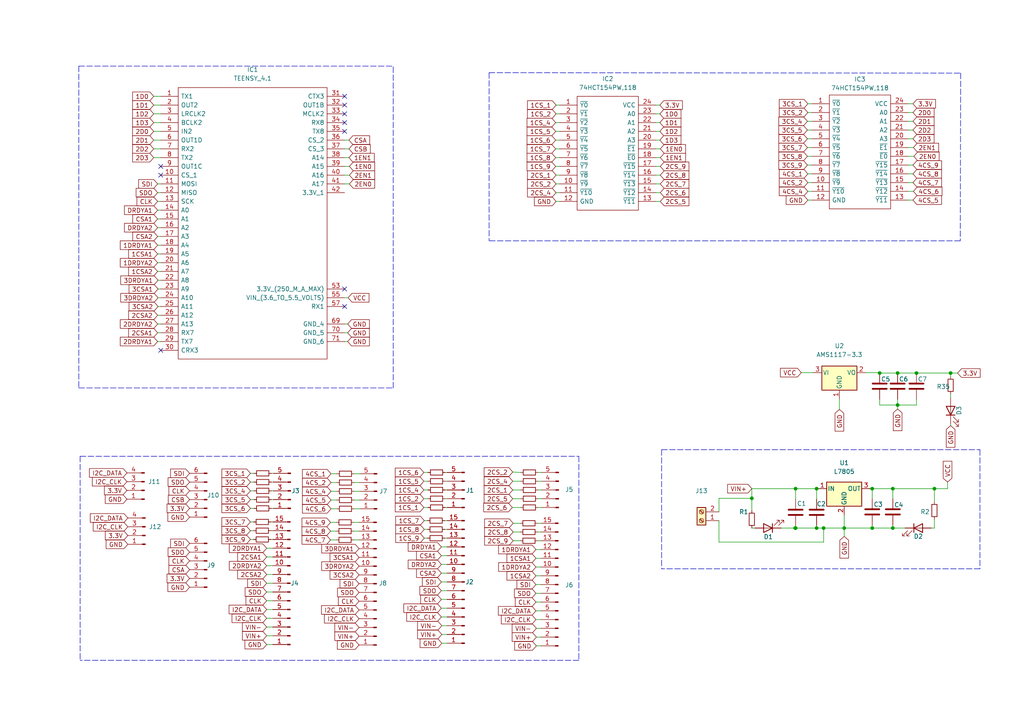
<source format=kicad_sch>
(kicad_sch (version 20211123) (generator eeschema)
  (paper "A4")
  (lib_symbols
    (symbol "Connector:Conn_01x04_Male" (pin_names (offset 1.016) hide)
      (property "Reference" "J" (at 0 5.08 0))
      (property "Value" "Conn_01x04_Male" (at 0 -7.62 0))
      (symbol "Conn_01x04_Male_1_1"
        (pin passive line (at 5.08 2.54 180) (length 3.81) (name "Pin_1") (number "1"))
        (pin passive line (at 5.08 0 180) (length 3.81) (name "Pin_2") (number "2"))
        (pin passive line (at 5.08 -2.54 180) (length 3.81) (name "Pin_3") (number "3"))
        (pin passive line (at 5.08 -5.08 180) (length 3.81) (name "Pin_4") (number "4"))
      )
    )
    (symbol "Connector:Conn_01x05_Male" (pin_names (offset 1.016) hide)
      (property "Reference" "J" (at 0 7.62 0))
      (property "Value" "Conn_01x05_Male" (at 0 -7.62 0))
      (symbol "Conn_01x05_Male_1_1"
        (pin passive line (at 5.08 5.08 180) (length 3.81) (name "Pin_1") (number "1"))
        (pin passive line (at 5.08 2.54 180) (length 3.81) (name "Pin_2") (number "2"))
        (pin passive line (at 5.08 0 180) (length 3.81) (name "Pin_3") (number "3"))
        (pin passive line (at 5.08 -2.54 180) (length 3.81) (name "Pin_4") (number "4"))
        (pin passive line (at 5.08 -5.08 180) (length 3.81) (name "Pin_5") (number "5"))
      )
    )
    (symbol "Connector:Conn_01x06_Male" (pin_names (offset 1.016) hide)
      (property "Reference" "J" (at 0 7.62 0))
      (property "Value" "Conn_01x06_Male" (at 0 -10.16 0))
      (symbol "Conn_01x06_Male_1_1"
        (pin passive line (at 5.08 5.08 180) (length 3.81) (name "Pin_1") (number "1"))
        (pin passive line (at 5.08 2.54 180) (length 3.81) (name "Pin_2") (number "2"))
        (pin passive line (at 5.08 0 180) (length 3.81) (name "Pin_3") (number "3"))
        (pin passive line (at 5.08 -2.54 180) (length 3.81) (name "Pin_4") (number "4"))
        (pin passive line (at 5.08 -5.08 180) (length 3.81) (name "Pin_5") (number "5"))
        (pin passive line (at 5.08 -7.62 180) (length 3.81) (name "Pin_6") (number "6"))
      )
    )
    (symbol "Connector:Conn_01x15_Male" (pin_names (offset 1.016) hide)
      (property "Reference" "J" (at 0 20.32 0))
      (property "Value" "Conn_01x15_Male" (at 0 -20.32 0))
      (symbol "Conn_01x15_Male_1_1"
        (pin passive line (at 5.08 17.78 180) (length 3.81) (name "Pin_1") (number "1"))
        (pin passive line (at 5.08 -5.08 180) (length 3.81) (name "Pin_10") (number "10"))
        (pin passive line (at 5.08 -7.62 180) (length 3.81) (name "Pin_11") (number "11"))
        (pin passive line (at 5.08 -10.16 180) (length 3.81) (name "Pin_12") (number "12"))
        (pin passive line (at 5.08 -12.7 180) (length 3.81) (name "Pin_13") (number "13"))
        (pin passive line (at 5.08 -15.24 180) (length 3.81) (name "Pin_14") (number "14"))
        (pin passive line (at 5.08 -17.78 180) (length 3.81) (name "Pin_15") (number "15"))
        (pin passive line (at 5.08 15.24 180) (length 3.81) (name "Pin_2") (number "2"))
        (pin passive line (at 5.08 12.7 180) (length 3.81) (name "Pin_3") (number "3"))
        (pin passive line (at 5.08 10.16 180) (length 3.81) (name "Pin_4") (number "4"))
        (pin passive line (at 5.08 7.62 180) (length 3.81) (name "Pin_5") (number "5"))
        (pin passive line (at 5.08 5.08 180) (length 3.81) (name "Pin_6") (number "6"))
        (pin passive line (at 5.08 2.54 180) (length 3.81) (name "Pin_7") (number "7"))
        (pin passive line (at 5.08 0 180) (length 3.81) (name "Pin_8") (number "8"))
        (pin passive line (at 5.08 -2.54 180) (length 3.81) (name "Pin_9") (number "9"))
      )
    )
    (symbol "Connector:Screw_Terminal_01x02" (pin_names (offset 1.016) hide)
      (property "Reference" "J" (at 0 2.54 0))
      (property "Value" "Screw_Terminal_01x02" (at 0 -5.08 0))
      (symbol "Screw_Terminal_01x02_1_1"
        (pin passive line (at -5.08 0 0) (length 3.81) (name "Pin_1") (number "1"))
        (pin passive line (at -5.08 -2.54 0) (length 3.81) (name "Pin_2") (number "2"))
      )
    )
    (symbol "Connector:TEENSY_4.1" (pin_names (offset 0.762))
      (property "Reference" "IC7" (at 26.67 8.128 0))
      (property "Value" "TEENSY_4.1" (at 26.67 5.588 0))
      (symbol "TEENSY_4.1_0_0"
        (pin passive line (at 0 0 0) (length 5.08) (name "TX1") (number "1"))
        (pin passive line (at 0 -22.86 0) (length 5.08) (name "CS_1") (number "10"))
        (pin passive line (at 0 -25.4 0) (length 5.08) (name "MOSI") (number "11"))
        (pin passive line (at 0 -27.94 0) (length 5.08) (name "MISO") (number "12"))
        (pin passive line (at 0 -30.48 0) (length 5.08) (name "SCK") (number "13"))
        (pin passive line (at 0 -33.02 0) (length 5.08) (name "A0") (number "14"))
        (pin passive line (at 0 -35.56 0) (length 5.08) (name "A1") (number "15"))
        (pin passive line (at 0 -38.1 0) (length 5.08) (name "A2") (number "16"))
        (pin passive line (at 0 -40.64 0) (length 5.08) (name "A3") (number "17"))
        (pin passive line (at 0 -43.18 0) (length 5.08) (name "A4") (number "18"))
        (pin passive line (at 0 -45.72 0) (length 5.08) (name "A5") (number "19"))
        (pin passive line (at 0 -2.54 0) (length 5.08) (name "OUT2") (number "2"))
        (pin passive line (at 0 -48.26 0) (length 5.08) (name "A6") (number "20"))
        (pin passive line (at 0 -50.8 0) (length 5.08) (name "A7") (number "21"))
        (pin passive line (at 0 -53.34 0) (length 5.08) (name "A8") (number "22"))
        (pin passive line (at 0 -55.88 0) (length 5.08) (name "A9") (number "23"))
        (pin passive line (at 0 -58.42 0) (length 5.08) (name "A10") (number "24"))
        (pin passive line (at 0 -60.96 0) (length 5.08) (name "A11") (number "25"))
        (pin passive line (at 0 -63.5 0) (length 5.08) (name "A12") (number "26"))
        (pin passive line (at 0 -66.04 0) (length 5.08) (name "A13") (number "27"))
        (pin passive line (at 0 -68.58 0) (length 5.08) (name "RX7") (number "28"))
        (pin passive line (at 0 -71.12 0) (length 5.08) (name "TX7") (number "29"))
        (pin passive line (at 0 -5.08 0) (length 5.08) (name "LRCLK2") (number "3"))
        (pin passive line (at 0 -73.66 0) (length 5.08) (name "CRX3") (number "30"))
        (pin passive line (at 53.34 0 180) (length 5.08) (name "CTX3") (number "31"))
        (pin passive line (at 53.34 -2.54 180) (length 5.08) (name "OUT1B") (number "32"))
        (pin passive line (at 53.34 -5.08 180) (length 5.08) (name "MCLK2") (number "33"))
        (pin passive line (at 53.34 -7.62 180) (length 5.08) (name "RX8") (number "34"))
        (pin passive line (at 53.34 -10.16 180) (length 5.08) (name "TX8") (number "35"))
        (pin passive line (at 53.34 -12.7 180) (length 5.08) (name "CS_2") (number "36"))
        (pin passive line (at 53.34 -15.24 180) (length 5.08) (name "CS_3") (number "37"))
        (pin passive line (at 53.34 -17.78 180) (length 5.08) (name "A14") (number "38"))
        (pin passive line (at 53.34 -20.32 180) (length 5.08) (name "A15") (number "39"))
        (pin passive line (at 0 -7.62 0) (length 5.08) (name "BCLK2") (number "4"))
        (pin passive line (at 53.34 -22.86 180) (length 5.08) (name "A16") (number "40"))
        (pin passive line (at 53.34 -25.4 180) (length 5.08) (name "A17") (number "41"))
        (pin passive line (at 53.34 -27.94 180) (length 5.08) (name "3.3V_1") (number "42"))
        (pin passive line (at 0 -10.16 0) (length 5.08) (name "IN2") (number "5"))
        (pin passive line (at 53.34 -55.88 180) (length 5.08) (name "3.3V_(250_M_A_MAX)") (number "53"))
        (pin passive line (at 53.34 -58.42 180) (length 5.08) (name "VIN_(3.6_TO_5.5_VOLTS)") (number "55"))
        (pin passive line (at 53.34 -60.96 180) (length 5.08) (name "RX1") (number "57"))
        (pin passive line (at 0 -12.7 0) (length 5.08) (name "OUT1D") (number "6"))
        (pin passive line (at 53.34 -66.04 180) (length 5.08) (name "GND_4") (number "69"))
        (pin passive line (at 0 -15.24 0) (length 5.08) (name "RX2") (number "7"))
        (pin passive line (at 53.34 -68.58 180) (length 5.08) (name "GND_5") (number "70"))
        (pin passive line (at 53.34 -71.12 180) (length 5.08) (name "GND_6") (number "71"))
        (pin passive line (at 0 -17.78 0) (length 5.08) (name "TX2") (number "8"))
        (pin passive line (at 0 -20.32 0) (length 5.08) (name "OUT1C") (number "9"))
      )
    )
    (symbol "Demux:74HCT154PW,118" (pin_names (offset 0.762))
      (property "Reference" "IC" (at 24.13 7.62 0))
      (property "Value" "74HCT154PW,118" (at 24.13 5.08 0))
      (symbol "74HCT154PW,118_0_0"
        (pin passive line (at 0 0 0) (length 5.08) (name "~{Y0}") (number "1"))
        (pin passive line (at 0 -22.86 0) (length 5.08) (name "~{Y9}") (number "10"))
        (pin passive line (at 0 -25.4 0) (length 5.08) (name "~{Y10}") (number "11"))
        (pin passive line (at 0 -27.94 0) (length 5.08) (name "GND") (number "12"))
        (pin passive line (at 27.94 -27.94 180) (length 5.08) (name "~{Y11}") (number "13"))
        (pin passive line (at 27.94 -25.4 180) (length 5.08) (name "~{Y12}") (number "14"))
        (pin passive line (at 27.94 -22.86 180) (length 5.08) (name "~{Y13}") (number "15"))
        (pin passive line (at 27.94 -20.32 180) (length 5.08) (name "~{Y14}") (number "16"))
        (pin passive line (at 27.94 -17.78 180) (length 5.08) (name "~{Y15}") (number "17"))
        (pin passive line (at 27.94 -15.24 180) (length 5.08) (name "~{E0}") (number "18"))
        (pin passive line (at 27.94 -12.7 180) (length 5.08) (name "~{E1}") (number "19"))
        (pin passive line (at 0 -2.54 0) (length 5.08) (name "~{Y1}") (number "2"))
        (pin passive line (at 27.94 -10.16 180) (length 5.08) (name "A3") (number "20"))
        (pin passive line (at 27.94 -7.62 180) (length 5.08) (name "A2") (number "21"))
        (pin passive line (at 27.94 -5.08 180) (length 5.08) (name "A1") (number "22"))
        (pin passive line (at 27.94 -2.54 180) (length 5.08) (name "A0") (number "23"))
        (pin passive line (at 27.94 0 180) (length 5.08) (name "VCC") (number "24"))
        (pin passive line (at 0 -5.08 0) (length 5.08) (name "~{Y2}") (number "3"))
        (pin passive line (at 0 -7.62 0) (length 5.08) (name "~{Y3}") (number "4"))
        (pin passive line (at 0 -10.16 0) (length 5.08) (name "~{Y4}") (number "5"))
        (pin passive line (at 0 -12.7 0) (length 5.08) (name "~{Y5}") (number "6"))
        (pin passive line (at 0 -15.24 0) (length 5.08) (name "~{Y6}") (number "7"))
        (pin passive line (at 0 -17.78 0) (length 5.08) (name "~{Y7}") (number "8"))
        (pin passive line (at 0 -20.32 0) (length 5.08) (name "~{Y8}") (number "9"))
      )
    )
    (symbol "Device:C" (pin_numbers hide) (pin_names (offset 0.254))
      (property "Reference" "C" (at 0.635 2.54 0))
      (property "Value" "C" (at 0.635 -2.54 0))
      (symbol "C_1_1"
        (pin passive line (at 0 3.81 270) (length 2.794) (name "~") (number "1"))
        (pin passive line (at 0 -3.81 90) (length 2.794) (name "~") (number "2"))
      )
    )
    (symbol "Device:LED" (pin_numbers hide) (pin_names (offset 1.016) hide)
      (property "Reference" "D" (at 0 2.54 0))
      (property "Value" "LED" (at 0 -2.54 0))
      (symbol "LED_1_1"
        (pin passive line (at -3.81 0 0) (length 2.54) (name "K") (number "1"))
        (pin passive line (at 3.81 0 180) (length 2.54) (name "A") (number "2"))
      )
    )
    (symbol "Device:R_Small" (pin_numbers hide) (pin_names (offset 0.254) hide)
      (property "Reference" "R" (at 0.762 0.508 0))
      (property "Value" "R_Small" (at 0.762 -1.016 0))
      (symbol "R_Small_1_1"
        (pin passive line (at 0 2.54 270) (length 0.762) (name "~") (number "1"))
        (pin passive line (at 0 -2.54 90) (length 0.762) (name "~") (number "2"))
      )
    )
    (symbol "Regulator_Linear:AMS1117-3.3" (pin_names (offset 0.254))
      (property "Reference" "U" (at -3.81 3.175 0))
      (property "Value" "AMS1117-3.3" (at 0 3.175 0))
      (symbol "AMS1117-3.3_1_1"
        (pin power_in line (at 0 -7.62 90) (length 2.54) (name "GND") (number "1"))
        (pin power_out line (at 7.62 0 180) (length 2.54) (name "VO") (number "2"))
        (pin power_in line (at -7.62 0 0) (length 2.54) (name "VI") (number "3"))
      )
    )
    (symbol "Regulator_Linear:L7805" (pin_names (offset 0.254))
      (property "Reference" "U" (at -3.81 3.175 0))
      (property "Value" "L7805" (at 0 3.175 0))
      (symbol "L7805_1_1"
        (pin power_in line (at -7.62 0 0) (length 2.54) (name "IN") (number "1"))
        (pin power_in line (at 0 -7.62 90) (length 2.54) (name "GND") (number "2"))
        (pin power_out line (at 7.62 0 180) (length 2.54) (name "OUT") (number "3"))
      )
    )
  )
  (junction (at 271.018 141.732))
  (junction (at 218.059 144.526))
  (junction (at 236.855 153.162))
  (junction (at 275.717 108.204))
  (junction (at 255.143 108.204))
  (junction (at 258.953 141.732))
  (junction (at 258.953 153.162))
  (junction (at 230.759 141.732))
  (junction (at 238.887 153.162))
  (junction (at 230.632 153.162))
  (junction (at 252.984 153.162))
  (junction (at 252.984 141.732))
  (junction (at 230.759 153.162))
  (junction (at 265.811 108.204))
  (junction (at 260.35 117.475))
  (junction (at 236.855 141.732))
  (junction (at 260.35 108.204))
  (junction (at 244.856 153.162))
  (no_connect (at 46.609 48.26))
  (no_connect (at 46.609 50.8))
  (no_connect (at 46.609 101.6))
  (no_connect (at 99.949 88.9))
  (no_connect (at 99.949 83.82))
  (no_connect (at 99.949 27.94))
  (no_connect (at 99.949 30.48))
  (no_connect (at 99.949 33.02))
  (no_connect (at 99.949 35.56))
  (no_connect (at 99.949 38.1))
  (wire (pts (xy 77.343 176.784) (xy 79.121 176.784)))
  (wire (pts (xy 128.143 184.023) (xy 129.667 184.023)))
  (wire (pts (xy 252.984 144.653) (xy 252.984 141.732)))
  (wire (pts (xy 129.159 144.653) (xy 129.667 144.653)))
  (wire (pts (xy 234.188 47.879) (xy 235.458 47.879)))
  (wire (pts (xy 155.448 161.925) (xy 156.845 161.925)))
  (wire (pts (xy 72.644 153.924) (xy 73.533 153.924)))
  (wire (pts (xy 230.759 141.732) (xy 230.759 144.78)))
  (wire (pts (xy 218.059 153.162) (xy 218.948 153.162)))
  (wire (pts (xy 148.59 147.193) (xy 151.003 147.193)))
  (wire (pts (xy 155.575 184.785) (xy 156.845 184.785)))
  (wire (pts (xy 77.343 159.004) (xy 79.121 159.004)))
  (wire (pts (xy 155.575 182.245) (xy 156.845 182.245)))
  (polyline (pts (xy 22.86 112.522) (xy 114.046 112.522)))
  (wire (pts (xy 252.984 152.273) (xy 252.984 153.162)))
  (wire (pts (xy 128.016 173.863) (xy 129.667 173.863)))
  (wire (pts (xy 161.29 30.48) (xy 162.306 30.48)))
  (wire (pts (xy 161.29 50.8) (xy 162.306 50.8)))
  (wire (pts (xy 161.163 40.64) (xy 162.306 40.64)))
  (wire (pts (xy 128.016 158.623) (xy 129.667 158.623)))
  (wire (pts (xy 128.016 163.703) (xy 129.667 163.703)))
  (wire (pts (xy 265.811 117.475) (xy 260.35 117.475)))
  (wire (pts (xy 251.079 108.077) (xy 255.143 108.077)))
  (wire (pts (xy 190.246 50.8) (xy 191.516 50.8)))
  (wire (pts (xy 265.811 108.204) (xy 275.717 108.204)))
  (wire (pts (xy 45.72 78.74) (xy 46.609 78.74)))
  (wire (pts (xy 102.616 154.051) (xy 104.14 154.051)))
  (wire (pts (xy 161.163 45.72) (xy 162.306 45.72)))
  (wire (pts (xy 129.159 147.193) (xy 129.667 147.193)))
  (wire (pts (xy 77.343 181.864) (xy 79.121 181.864)))
  (wire (pts (xy 96.012 137.414) (xy 97.663 137.414)))
  (wire (pts (xy 161.29 33.02) (xy 162.306 33.02)))
  (wire (pts (xy 122.936 139.573) (xy 124.079 139.573)))
  (wire (pts (xy 234.188 40.259) (xy 235.458 40.259)))
  (wire (pts (xy 218.059 144.526) (xy 218.059 148.082)))
  (wire (pts (xy 44.577 35.56) (xy 46.609 35.56)))
  (wire (pts (xy 208.534 157.226) (xy 238.887 157.226)))
  (wire (pts (xy 45.72 73.66) (xy 46.609 73.66)))
  (wire (pts (xy 234.315 52.959) (xy 235.458 52.959)))
  (wire (pts (xy 45.72 99.06) (xy 46.609 99.06)))
  (wire (pts (xy 156.083 137.033) (xy 156.972 137.033)))
  (wire (pts (xy 275.717 108.204) (xy 275.717 109.22)))
  (wire (pts (xy 263.398 47.879) (xy 264.795 47.879)))
  (wire (pts (xy 161.29 53.34) (xy 162.306 53.34)))
  (wire (pts (xy 275.717 122.936) (xy 275.717 123.444)))
  (polyline (pts (xy 278.511 69.85) (xy 141.859 69.85)))
  (wire (pts (xy 45.72 71.12) (xy 46.609 71.12)))
  (wire (pts (xy 155.448 169.545) (xy 156.845 169.545)))
  (wire (pts (xy 44.577 30.48) (xy 46.609 30.48)))
  (wire (pts (xy 128.016 178.943) (xy 129.667 178.943)))
  (wire (pts (xy 45.72 66.04) (xy 46.609 66.04)))
  (wire (pts (xy 102.743 145.034) (xy 104.267 145.034)))
  (wire (pts (xy 271.018 153.162) (xy 270.129 153.162)))
  (wire (pts (xy 102.616 156.591) (xy 104.14 156.591)))
  (wire (pts (xy 263.398 30.099) (xy 264.795 30.099)))
  (wire (pts (xy 263.398 45.339) (xy 265.049 45.339)))
  (wire (pts (xy 78.74 137.287) (xy 79.248 137.287)))
  (wire (pts (xy 72.644 137.287) (xy 73.66 137.287)))
  (wire (pts (xy 96.012 142.494) (xy 97.663 142.494)))
  (wire (pts (xy 44.577 45.72) (xy 46.609 45.72)))
  (polyline (pts (xy 23.241 132.334) (xy 23.241 191.516)))
  (wire (pts (xy 155.956 154.305) (xy 156.845 154.305)))
  (wire (pts (xy 238.887 157.226) (xy 238.887 153.162)))
  (wire (pts (xy 190.246 35.56) (xy 191.389 35.56)))
  (wire (pts (xy 190.246 55.88) (xy 191.516 55.88)))
  (wire (pts (xy 275.717 108.204) (xy 277.749 108.204)))
  (wire (pts (xy 260.35 117.475) (xy 260.35 118.618)))
  (wire (pts (xy 161.163 38.1) (xy 162.306 38.1)))
  (wire (pts (xy 128.016 161.163) (xy 129.667 161.163)))
  (wire (pts (xy 102.743 147.574) (xy 104.267 147.574)))
  (wire (pts (xy 45.72 96.52) (xy 46.609 96.52)))
  (wire (pts (xy 77.343 164.084) (xy 79.121 164.084)))
  (wire (pts (xy 258.953 153.162) (xy 262.509 153.162)))
  (polyline (pts (xy 114.046 112.522) (xy 114.046 19.177)))
  (wire (pts (xy 128.016 176.403) (xy 129.667 176.403)))
  (wire (pts (xy 155.448 164.465) (xy 156.845 164.465)))
  (wire (pts (xy 275.717 114.3) (xy 275.717 115.316)))
  (wire (pts (xy 45.847 88.9) (xy 46.609 88.9)))
  (wire (pts (xy 129.032 153.543) (xy 129.667 153.543)))
  (polyline (pts (xy 167.894 191.516) (xy 23.241 191.516)))
  (wire (pts (xy 99.949 48.26) (xy 101.346 48.26)))
  (wire (pts (xy 252.984 153.162) (xy 258.953 153.162)))
  (wire (pts (xy 123.063 156.083) (xy 123.952 156.083)))
  (wire (pts (xy 72.644 156.464) (xy 73.533 156.464)))
  (wire (pts (xy 72.644 144.907) (xy 73.66 144.907)))
  (wire (pts (xy 129.159 142.113) (xy 129.667 142.113)))
  (wire (pts (xy 148.844 151.765) (xy 150.876 151.765)))
  (wire (pts (xy 236.855 152.4) (xy 236.855 153.162)))
  (wire (pts (xy 77.343 171.704) (xy 79.121 171.704)))
  (wire (pts (xy 230.759 141.732) (xy 236.855 141.732)))
  (wire (pts (xy 155.448 179.705) (xy 156.845 179.705)))
  (wire (pts (xy 252.984 141.732) (xy 258.953 141.732)))
  (wire (pts (xy 161.163 43.18) (xy 162.306 43.18)))
  (wire (pts (xy 45.72 68.58) (xy 46.609 68.58)))
  (wire (pts (xy 78.74 139.827) (xy 79.248 139.827)))
  (wire (pts (xy 44.577 27.94) (xy 46.609 27.94)))
  (wire (pts (xy 243.459 115.697) (xy 243.459 118.745)))
  (wire (pts (xy 102.743 139.954) (xy 104.267 139.954)))
  (wire (pts (xy 263.398 55.499) (xy 264.922 55.499)))
  (wire (pts (xy 122.936 147.193) (xy 124.079 147.193)))
  (wire (pts (xy 265.811 115.824) (xy 265.811 117.475)))
  (wire (pts (xy 208.534 144.526) (xy 218.059 144.526)))
  (wire (pts (xy 72.644 151.384) (xy 73.533 151.384)))
  (polyline (pts (xy 191.897 130.429) (xy 191.897 164.973)))
  (wire (pts (xy 148.717 144.653) (xy 151.003 144.653)))
  (wire (pts (xy 148.844 156.845) (xy 150.876 156.845)))
  (wire (pts (xy 258.953 141.732) (xy 258.953 144.653)))
  (wire (pts (xy 99.949 45.72) (xy 101.219 45.72)))
  (wire (pts (xy 128.143 186.563) (xy 129.667 186.563)))
  (wire (pts (xy 45.72 60.96) (xy 46.609 60.96)))
  (wire (pts (xy 255.143 115.824) (xy 255.143 117.475)))
  (wire (pts (xy 99.949 50.8) (xy 101.346 50.8)))
  (wire (pts (xy 129.159 139.573) (xy 129.667 139.573)))
  (wire (pts (xy 255.143 108.077) (xy 255.143 108.204)))
  (wire (pts (xy 161.163 35.56) (xy 162.306 35.56)))
  (wire (pts (xy 122.936 142.113) (xy 124.079 142.113)))
  (wire (pts (xy 95.885 156.591) (xy 97.536 156.591)))
  (wire (pts (xy 99.949 86.36) (xy 100.965 86.36)))
  (wire (pts (xy 161.29 55.88) (xy 162.306 55.88)))
  (polyline (pts (xy 22.86 19.177) (xy 114.046 19.177)))
  (wire (pts (xy 99.949 53.34) (xy 101.346 53.34)))
  (wire (pts (xy 274.828 141.732) (xy 274.828 139.827)))
  (wire (pts (xy 148.717 142.113) (xy 151.003 142.113)))
  (wire (pts (xy 255.143 117.475) (xy 260.35 117.475)))
  (wire (pts (xy 155.448 177.165) (xy 156.845 177.165)))
  (wire (pts (xy 190.246 40.64) (xy 191.389 40.64)))
  (wire (pts (xy 161.163 48.26) (xy 162.306 48.26)))
  (wire (pts (xy 77.343 161.544) (xy 79.121 161.544)))
  (wire (pts (xy 271.018 150.622) (xy 271.018 153.162)))
  (polyline (pts (xy 284.226 130.429) (xy 284.226 164.973)))
  (wire (pts (xy 244.856 153.162) (xy 244.856 155.575)))
  (wire (pts (xy 252.476 141.732) (xy 252.984 141.732)))
  (wire (pts (xy 96.012 145.034) (xy 97.663 145.034)))
  (wire (pts (xy 234.315 50.419) (xy 235.458 50.419)))
  (wire (pts (xy 44.577 33.02) (xy 46.609 33.02)))
  (wire (pts (xy 148.717 136.906) (xy 151.003 137.033)))
  (wire (pts (xy 155.448 172.085) (xy 156.845 172.085)))
  (wire (pts (xy 190.246 30.48) (xy 191.389 30.48)))
  (wire (pts (xy 45.847 83.82) (xy 46.609 83.82)))
  (wire (pts (xy 148.717 139.573) (xy 151.003 139.573)))
  (wire (pts (xy 263.398 37.719) (xy 264.795 37.719)))
  (wire (pts (xy 190.246 45.72) (xy 191.516 45.72)))
  (wire (pts (xy 234.188 37.719) (xy 235.458 37.719)))
  (wire (pts (xy 102.743 137.414) (xy 104.267 137.414)))
  (wire (pts (xy 45.72 91.44) (xy 46.609 91.44)))
  (wire (pts (xy 263.398 35.179) (xy 264.795 35.179)))
  (wire (pts (xy 226.568 153.162) (xy 230.632 153.162)))
  (wire (pts (xy 77.343 179.324) (xy 79.121 179.324)))
  (wire (pts (xy 77.343 166.624) (xy 79.121 166.624)))
  (wire (pts (xy 99.949 40.64) (xy 101.219 40.64)))
  (wire (pts (xy 44.577 40.64) (xy 46.609 40.64)))
  (wire (pts (xy 45.847 86.36) (xy 46.609 86.36)))
  (wire (pts (xy 128.016 171.323) (xy 129.667 171.323)))
  (wire (pts (xy 45.72 53.34) (xy 46.609 53.34)))
  (wire (pts (xy 156.083 139.573) (xy 156.972 139.573)))
  (wire (pts (xy 156.083 144.653) (xy 156.972 144.653)))
  (wire (pts (xy 72.644 147.447) (xy 73.66 147.447)))
  (wire (pts (xy 218.059 141.732) (xy 218.059 144.526)))
  (polyline (pts (xy 167.894 132.334) (xy 167.894 191.516)))
  (wire (pts (xy 99.949 93.98) (xy 100.838 93.98)))
  (wire (pts (xy 258.953 152.273) (xy 258.953 153.162)))
  (wire (pts (xy 155.956 151.765) (xy 156.845 151.765)))
  (wire (pts (xy 244.856 153.162) (xy 252.984 153.162)))
  (polyline (pts (xy 191.897 130.429) (xy 284.226 130.429)))
  (wire (pts (xy 161.29 58.42) (xy 162.306 58.42)))
  (wire (pts (xy 208.534 148.463) (xy 208.534 144.526)))
  (wire (pts (xy 232.41 108.077) (xy 235.839 108.077)))
  (wire (pts (xy 230.759 153.162) (xy 236.855 153.162)))
  (wire (pts (xy 263.398 58.039) (xy 264.795 58.039)))
  (wire (pts (xy 271.018 141.732) (xy 271.018 145.542)))
  (wire (pts (xy 156.083 142.113) (xy 156.972 142.113)))
  (wire (pts (xy 234.315 32.639) (xy 235.458 32.639)))
  (wire (pts (xy 129.032 151.003) (xy 129.667 151.003)))
  (wire (pts (xy 263.398 40.259) (xy 264.795 40.259)))
  (wire (pts (xy 122.936 137.033) (xy 124.079 137.033)))
  (wire (pts (xy 234.188 42.799) (xy 235.458 42.799)))
  (wire (pts (xy 44.577 38.1) (xy 46.609 38.1)))
  (wire (pts (xy 190.246 48.26) (xy 191.516 48.26)))
  (wire (pts (xy 99.949 99.06) (xy 100.838 99.06)))
  (wire (pts (xy 123.063 153.543) (xy 123.952 153.543)))
  (wire (pts (xy 122.936 144.653) (xy 124.079 144.653)))
  (polyline (pts (xy 22.86 19.177) (xy 22.86 112.522)))
  (wire (pts (xy 218.059 141.732) (xy 230.759 141.732)))
  (wire (pts (xy 208.534 151.003) (xy 208.534 157.226)))
  (wire (pts (xy 155.448 159.385) (xy 156.845 159.385)))
  (wire (pts (xy 263.398 32.639) (xy 264.795 32.639)))
  (wire (pts (xy 45.72 76.2) (xy 46.609 76.2)))
  (wire (pts (xy 99.949 43.18) (xy 101.219 43.18)))
  (wire (pts (xy 72.644 142.367) (xy 73.66 142.367)))
  (wire (pts (xy 238.887 153.162) (xy 244.856 153.162)))
  (wire (pts (xy 234.315 55.499) (xy 235.458 55.499)))
  (wire (pts (xy 155.448 174.625) (xy 156.845 174.625)))
  (wire (pts (xy 234.315 58.039) (xy 235.458 58.039)))
  (wire (pts (xy 255.143 108.204) (xy 260.35 108.204)))
  (polyline (pts (xy 141.859 21.082) (xy 141.859 69.85)))
  (wire (pts (xy 72.644 139.827) (xy 73.66 139.827)))
  (wire (pts (xy 78.74 144.907) (xy 79.248 144.907)))
  (wire (pts (xy 271.018 141.732) (xy 274.828 141.732)))
  (wire (pts (xy 123.063 151.003) (xy 123.952 151.003)))
  (wire (pts (xy 95.885 154.051) (xy 97.536 154.051)))
  (wire (pts (xy 156.083 147.193) (xy 156.972 147.193)))
  (polyline (pts (xy 284.226 164.973) (xy 191.897 164.973)))
  (wire (pts (xy 45.72 58.42) (xy 46.609 58.42)))
  (wire (pts (xy 102.616 151.511) (xy 104.14 151.511)))
  (wire (pts (xy 190.246 58.42) (xy 191.516 58.42)))
  (wire (pts (xy 155.448 167.005) (xy 156.845 167.005)))
  (wire (pts (xy 190.246 38.1) (xy 191.389 38.1)))
  (wire (pts (xy 95.885 151.511) (xy 97.536 151.511)))
  (wire (pts (xy 78.613 153.924) (xy 79.121 153.924)))
  (polyline (pts (xy 278.638 21.209) (xy 278.511 69.85)))
  (wire (pts (xy 190.246 53.34) (xy 191.516 53.34)))
  (wire (pts (xy 236.855 153.162) (xy 238.887 153.162)))
  (wire (pts (xy 263.398 52.959) (xy 264.795 52.959)))
  (wire (pts (xy 128.143 181.483) (xy 129.667 181.483)))
  (polyline (pts (xy 141.859 21.082) (xy 278.638 21.209)))
  (wire (pts (xy 260.35 115.824) (xy 260.35 117.475)))
  (wire (pts (xy 244.856 149.352) (xy 244.856 153.162)))
  (wire (pts (xy 45.72 93.98) (xy 46.609 93.98)))
  (wire (pts (xy 234.188 45.339) (xy 235.458 45.339)))
  (wire (pts (xy 260.35 108.204) (xy 265.811 108.204)))
  (wire (pts (xy 78.613 156.464) (xy 79.121 156.464)))
  (wire (pts (xy 234.188 35.179) (xy 235.458 35.179)))
  (wire (pts (xy 258.953 141.732) (xy 271.018 141.732)))
  (wire (pts (xy 234.315 30.099) (xy 235.458 30.099)))
  (wire (pts (xy 230.632 153.162) (xy 230.759 153.162)))
  (wire (pts (xy 77.343 174.244) (xy 79.121 174.244)))
  (wire (pts (xy 190.246 33.02) (xy 191.389 33.02)))
  (wire (pts (xy 77.343 169.164) (xy 79.121 169.164)))
  (wire (pts (xy 45.847 81.28) (xy 46.609 81.28)))
  (wire (pts (xy 45.72 55.88) (xy 46.609 55.88)))
  (wire (pts (xy 236.855 141.732) (xy 237.236 141.732)))
  (wire (pts (xy 102.743 142.494) (xy 104.267 142.494)))
  (wire (pts (xy 128.016 166.243) (xy 129.667 166.243)))
  (wire (pts (xy 99.949 96.52) (xy 100.838 96.52)))
  (wire (pts (xy 44.577 43.18) (xy 46.609 43.18)))
  (wire (pts (xy 230.759 152.4) (xy 230.759 153.162)))
  (wire (pts (xy 263.398 42.799) (xy 264.922 42.799)))
  (wire (pts (xy 129.159 137.033) (xy 129.667 137.033)))
  (wire (pts (xy 77.343 184.404) (xy 79.121 184.404)))
  (wire (pts (xy 190.246 43.18) (xy 191.516 43.18)))
  (wire (pts (xy 155.956 156.845) (xy 156.845 156.845)))
  (wire (pts (xy 45.72 63.5) (xy 46.609 63.5)))
  (wire (pts (xy 129.032 156.083) (xy 129.667 156.083)))
  (polyline (pts (xy 23.241 132.334) (xy 167.894 132.334)))
  (wire (pts (xy 236.855 141.732) (xy 236.855 144.78)))
  (wire (pts (xy 78.613 151.384) (xy 79.121 151.384)))
  (wire (pts (xy 96.012 147.574) (xy 97.663 147.574)))
  (wire (pts (xy 155.575 187.325) (xy 156.845 187.325)))
  (wire (pts (xy 77.343 186.944) (xy 79.121 186.944)))
  (wire (pts (xy 148.844 154.305) (xy 150.876 154.305)))
  (wire (pts (xy 78.74 147.447) (xy 79.248 147.447)))
  (wire (pts (xy 78.74 142.367) (xy 79.248 142.367)))
  (wire (pts (xy 128.016 168.783) (xy 129.667 168.783)))
  (wire (pts (xy 96.012 139.954) (xy 97.663 139.954)))
  (wire (pts (xy 263.398 50.419) (xy 264.795 50.419)))
  (global_label "1CSA2" (shape input) (at 45.72 78.74 180) (property "Intersheet References" "${INTERSHEET_REFS}" (effects hide)))
  (global_label "2D2" (shape input) (at 44.577 43.18 180) (property "Intersheet References" "${INTERSHEET_REFS}" (effects hide)))
  (global_label "2CSA2" (shape input) (at 77.343 166.624 180) (property "Intersheet References" "${INTERSHEET_REFS}" (effects hide)))
  (global_label "CLK" (shape input) (at 54.991 142.367 180) (property "Intersheet References" "${INTERSHEET_REFS}" (effects hide)))
  (global_label "GND" (shape input) (at 100.838 99.06 0) (property "Intersheet References" "${INTERSHEET_REFS}" (effects hide)))
  (global_label "I2C_CLK" (shape input) (at 104.14 179.451 180) (property "Intersheet References" "${INTERSHEET_REFS}" (effects hide)))
  (global_label "SDO" (shape input) (at 128.016 171.323 180) (property "Intersheet References" "${INTERSHEET_REFS}" (effects hide)))
  (global_label "1D3" (shape input) (at 191.389 40.64 0) (property "Intersheet References" "${INTERSHEET_REFS}" (effects hide)))
  (global_label "4CS_5" (shape input) (at 96.012 145.034 180) (property "Intersheet References" "${INTERSHEET_REFS}" (effects hide)))
  (global_label "VIN+" (shape input) (at 218.059 141.732 180) (property "Intersheet References" "${INTERSHEET_REFS}" (effects hide)))
  (global_label "CSA1" (shape input) (at 128.016 161.163 180) (property "Intersheet References" "${INTERSHEET_REFS}" (effects hide)))
  (global_label "3.3V" (shape input) (at 264.795 30.099 0) (property "Intersheet References" "${INTERSHEET_REFS}" (effects hide)))
  (global_label "2CS_5" (shape input) (at 148.717 144.653 180) (property "Intersheet References" "${INTERSHEET_REFS}" (effects hide)))
  (global_label "2CS_5" (shape input) (at 191.516 58.42 0) (property "Intersheet References" "${INTERSHEET_REFS}" (effects hide)))
  (global_label "2CS_8" (shape input) (at 148.844 154.305 180) (property "Intersheet References" "${INTERSHEET_REFS}" (effects hide)))
  (global_label "1D0" (shape input) (at 191.389 33.02 0) (property "Intersheet References" "${INTERSHEET_REFS}" (effects hide)))
  (global_label "2D0" (shape input) (at 44.577 38.1 180) (property "Intersheet References" "${INTERSHEET_REFS}" (effects hide)))
  (global_label "GND" (shape input) (at 37.084 157.861 180) (property "Intersheet References" "${INTERSHEET_REFS}" (effects hide)))
  (global_label "2EN1" (shape input) (at 264.922 42.799 0) (property "Intersheet References" "${INTERSHEET_REFS}" (effects hide)))
  (global_label "CLK" (shape input) (at 45.72 58.42 180) (property "Intersheet References" "${INTERSHEET_REFS}" (effects hide)))
  (global_label "I2C_CLK" (shape input) (at 128.016 178.943 180) (property "Intersheet References" "${INTERSHEET_REFS}" (effects hide)))
  (global_label "3CS_9" (shape input) (at 72.644 156.464 180) (property "Intersheet References" "${INTERSHEET_REFS}" (effects hide)))
  (global_label "1CS_7" (shape input) (at 161.163 43.18 180) (property "Intersheet References" "${INTERSHEET_REFS}" (effects hide)))
  (global_label "4CS_8" (shape input) (at 264.795 50.419 0) (property "Intersheet References" "${INTERSHEET_REFS}" (effects hide)))
  (global_label "I2C_CLK" (shape input) (at 155.448 179.705 180) (property "Intersheet References" "${INTERSHEET_REFS}" (effects hide)))
  (global_label "GND" (shape input) (at 128.143 186.563 180) (property "Intersheet References" "${INTERSHEET_REFS}" (effects hide)))
  (global_label "2CS_6" (shape input) (at 148.59 147.193 180) (property "Intersheet References" "${INTERSHEET_REFS}" (effects hide)))
  (global_label "2D1" (shape input) (at 264.795 35.179 0) (property "Intersheet References" "${INTERSHEET_REFS}" (effects hide)))
  (global_label "CLK" (shape input) (at 128.016 173.863 180) (property "Intersheet References" "${INTERSHEET_REFS}" (effects hide)))
  (global_label "GND" (shape input) (at 54.991 170.307 180) (property "Intersheet References" "${INTERSHEET_REFS}" (effects hide)))
  (global_label "3DRDYA2" (shape input) (at 45.847 86.36 180) (property "Intersheet References" "${INTERSHEET_REFS}" (effects hide)))
  (global_label "4CS_7" (shape input) (at 264.795 52.959 0) (property "Intersheet References" "${INTERSHEET_REFS}" (effects hide)))
  (global_label "DRDYA2" (shape input) (at 45.72 66.04 180) (property "Intersheet References" "${INTERSHEET_REFS}" (effects hide)))
  (global_label "2CS_2" (shape input) (at 148.717 136.906 180) (property "Intersheet References" "${INTERSHEET_REFS}" (effects hide)))
  (global_label "1CSA2" (shape input) (at 155.448 167.005 180) (property "Intersheet References" "${INTERSHEET_REFS}" (effects hide)))
  (global_label "SDI" (shape input) (at 155.448 169.545 180) (property "Intersheet References" "${INTERSHEET_REFS}" (effects hide)))
  (global_label "SDI" (shape input) (at 54.991 157.607 180) (property "Intersheet References" "${INTERSHEET_REFS}" (effects hide)))
  (global_label "1CS_8" (shape input) (at 161.163 45.72 180) (property "Intersheet References" "${INTERSHEET_REFS}" (effects hide)))
  (global_label "VIN+" (shape input) (at 77.343 184.404 180) (property "Intersheet References" "${INTERSHEET_REFS}" (effects hide)))
  (global_label "VIN-" (shape input) (at 77.343 181.864 180) (property "Intersheet References" "${INTERSHEET_REFS}" (effects hide)))
  (global_label "4CS_1" (shape input) (at 234.315 50.419 180) (property "Intersheet References" "${INTERSHEET_REFS}" (effects hide)))
  (global_label "2CSA1" (shape input) (at 77.343 161.544 180) (property "Intersheet References" "${INTERSHEET_REFS}" (effects hide)))
  (global_label "4CS_4" (shape input) (at 96.012 142.494 180) (property "Intersheet References" "${INTERSHEET_REFS}" (effects hide)))
  (global_label "SDI" (shape input) (at 128.016 168.783 180) (property "Intersheet References" "${INTERSHEET_REFS}" (effects hide)))
  (global_label "CLK" (shape input) (at 155.448 174.625 180) (property "Intersheet References" "${INTERSHEET_REFS}" (effects hide)))
  (global_label "3CS_6" (shape input) (at 72.644 147.447 180) (property "Intersheet References" "${INTERSHEET_REFS}" (effects hide)))
  (global_label "SDI" (shape input) (at 45.72 53.34 180) (property "Intersheet References" "${INTERSHEET_REFS}" (effects hide)))
  (global_label "3CS_4" (shape input) (at 234.188 35.179 180) (property "Intersheet References" "${INTERSHEET_REFS}" (effects hide)))
  (global_label "CSA1" (shape input) (at 45.72 63.5 180) (property "Intersheet References" "${INTERSHEET_REFS}" (effects hide)))
  (global_label "1CS_2" (shape input) (at 122.936 144.653 180) (property "Intersheet References" "${INTERSHEET_REFS}" (effects hide)))
  (global_label "1CS_6" (shape input) (at 161.163 40.64 180) (property "Intersheet References" "${INTERSHEET_REFS}" (effects hide)))
  (global_label "3CS_6" (shape input) (at 234.188 40.259 180) (property "Intersheet References" "${INTERSHEET_REFS}" (effects hide)))
  (global_label "1D3" (shape input) (at 44.577 35.56 180) (property "Intersheet References" "${INTERSHEET_REFS}" (effects hide)))
  (global_label "I2C_CLK" (shape input) (at 37.084 152.781 180) (property "Intersheet References" "${INTERSHEET_REFS}" (effects hide)))
  (global_label "1DRDYA1" (shape input) (at 155.448 159.385 180) (property "Intersheet References" "${INTERSHEET_REFS}" (effects hide)))
  (global_label "3.3V" (shape input) (at 191.389 30.48 0) (property "Intersheet References" "${INTERSHEET_REFS}" (effects hide)))
  (global_label "1DRDYA2" (shape input) (at 155.448 164.465 180) (property "Intersheet References" "${INTERSHEET_REFS}" (effects hide)))
  (global_label "1D1" (shape input) (at 191.389 35.56 0) (property "Intersheet References" "${INTERSHEET_REFS}" (effects hide)))
  (global_label "3CS_8" (shape input) (at 72.644 153.924 180) (property "Intersheet References" "${INTERSHEET_REFS}" (effects hide)))
  (global_label "VCC" (shape input) (at 100.965 86.36 0) (property "Intersheet References" "${INTERSHEET_REFS}" (effects hide)))
  (global_label "2DRDYA2" (shape input) (at 77.343 164.084 180) (property "Intersheet References" "${INTERSHEET_REFS}" (effects hide)))
  (global_label "I2C_CLK" (shape input) (at 36.83 139.7 180) (property "Intersheet References" "${INTERSHEET_REFS}" (effects hide)))
  (global_label "DRDYA2" (shape input) (at 128.016 163.703 180) (property "Intersheet References" "${INTERSHEET_REFS}" (effects hide)))
  (global_label "CSA" (shape input) (at 101.219 40.64 0) (property "Intersheet References" "${INTERSHEET_REFS}" (effects hide)))
  (global_label "2CS_9" (shape input) (at 148.844 156.845 180) (property "Intersheet References" "${INTERSHEET_REFS}" (effects hide)))
  (global_label "VIN-" (shape input) (at 155.575 182.245 180) (property "Intersheet References" "${INTERSHEET_REFS}" (effects hide)))
  (global_label "3DRDYA1" (shape input) (at 104.14 159.131 180) (property "Intersheet References" "${INTERSHEET_REFS}" (effects hide)))
  (global_label "CSA2" (shape input) (at 128.016 166.243 180) (property "Intersheet References" "${INTERSHEET_REFS}" (effects hide)))
  (global_label "3CS_5" (shape input) (at 234.188 37.719 180) (property "Intersheet References" "${INTERSHEET_REFS}" (effects hide)))
  (global_label "GND" (shape input) (at 244.856 155.575 270) (property "Intersheet References" "${INTERSHEET_REFS}" (effects hide)))
  (global_label "3DRDYA2" (shape input) (at 104.14 164.211 180) (property "Intersheet References" "${INTERSHEET_REFS}" (effects hide)))
  (global_label "1CS_9" (shape input) (at 123.063 156.083 180) (property "Intersheet References" "${INTERSHEET_REFS}" (effects hide)))
  (global_label "2CS_9" (shape input) (at 191.516 48.26 0) (property "Intersheet References" "${INTERSHEET_REFS}" (effects hide)))
  (global_label "I2C_CLK" (shape input) (at 77.343 179.324 180) (property "Intersheet References" "${INTERSHEET_REFS}" (effects hide)))
  (global_label "1D2" (shape input) (at 44.577 33.02 180) (property "Intersheet References" "${INTERSHEET_REFS}" (effects hide)))
  (global_label "2CS_7" (shape input) (at 148.844 151.765 180) (property "Intersheet References" "${INTERSHEET_REFS}" (effects hide)))
  (global_label "1CS_1" (shape input) (at 161.29 30.48 180) (property "Intersheet References" "${INTERSHEET_REFS}" (effects hide)))
  (global_label "4CS_6" (shape input) (at 264.922 55.499 0) (property "Intersheet References" "${INTERSHEET_REFS}" (effects hide)))
  (global_label "1D0" (shape input) (at 44.577 27.94 180) (property "Intersheet References" "${INTERSHEET_REFS}" (effects hide)))
  (global_label "3CS_9" (shape input) (at 234.188 47.879 180) (property "Intersheet References" "${INTERSHEET_REFS}" (effects hide)))
  (global_label "GND" (shape input) (at 100.838 93.98 0) (property "Intersheet References" "${INTERSHEET_REFS}" (effects hide)))
  (global_label "2D3" (shape input) (at 44.577 45.72 180) (property "Intersheet References" "${INTERSHEET_REFS}" (effects hide)))
  (global_label "3DRDYA1" (shape input) (at 45.847 81.28 180) (property "Intersheet References" "${INTERSHEET_REFS}" (effects hide)))
  (global_label "3CS_8" (shape input) (at 234.188 45.339 180) (property "Intersheet References" "${INTERSHEET_REFS}" (effects hide)))
  (global_label "2CSA1" (shape input) (at 45.72 96.52 180) (property "Intersheet References" "${INTERSHEET_REFS}" (effects hide)))
  (global_label "I2C_DATA" (shape input) (at 36.83 137.16 180) (property "Intersheet References" "${INTERSHEET_REFS}" (effects hide)))
  (global_label "SDI" (shape input) (at 104.14 169.291 180) (property "Intersheet References" "${INTERSHEET_REFS}" (effects hide)))
  (global_label "1DRDYA2" (shape input) (at 45.72 76.2 180) (property "Intersheet References" "${INTERSHEET_REFS}" (effects hide)))
  (global_label "2EN0" (shape input) (at 101.346 53.34 0) (property "Intersheet References" "${INTERSHEET_REFS}" (effects hide)))
  (global_label "2D3" (shape input) (at 264.795 40.259 0) (property "Intersheet References" "${INTERSHEET_REFS}" (effects hide)))
  (global_label "4CS_5" (shape input) (at 264.795 58.039 0) (property "Intersheet References" "${INTERSHEET_REFS}" (effects hide)))
  (global_label "1CS_9" (shape input) (at 161.163 48.26 180) (property "Intersheet References" "${INTERSHEET_REFS}" (effects hide)))
  (global_label "4CS_8" (shape input) (at 95.885 154.051 180) (property "Intersheet References" "${INTERSHEET_REFS}" (effects hide)))
  (global_label "CSA" (shape input) (at 54.991 165.227 180) (property "Intersheet References" "${INTERSHEET_REFS}" (effects hide)))
  (global_label "SDI" (shape input) (at 54.991 137.287 180) (property "Intersheet References" "${INTERSHEET_REFS}" (effects hide)))
  (global_label "2CS_1" (shape input) (at 161.29 50.8 180) (property "Intersheet References" "${INTERSHEET_REFS}" (effects hide)))
  (global_label "CLK" (shape input) (at 54.991 162.687 180) (property "Intersheet References" "${INTERSHEET_REFS}" (effects hide)))
  (global_label "2CS_1" (shape input) (at 148.717 142.113 180) (property "Intersheet References" "${INTERSHEET_REFS}" (effects hide)))
  (global_label "GND" (shape input) (at 234.315 58.039 180) (property "Intersheet References" "${INTERSHEET_REFS}" (effects hide)))
  (global_label "4CS_1" (shape input) (at 96.012 137.414 180) (property "Intersheet References" "${INTERSHEET_REFS}" (effects hide)))
  (global_label "I2C_DATA" (shape input) (at 37.084 150.241 180) (property "Intersheet References" "${INTERSHEET_REFS}" (effects hide)))
  (global_label "3.3V" (shape input) (at 54.991 167.767 180) (property "Intersheet References" "${INTERSHEET_REFS}" (effects hide)))
  (global_label "GND" (shape input) (at 104.14 187.071 180) (property "Intersheet References" "${INTERSHEET_REFS}" (effects hide)))
  (global_label "1EN1" (shape input) (at 101.219 45.72 0) (property "Intersheet References" "${INTERSHEET_REFS}" (effects hide)))
  (global_label "4CS_4" (shape input) (at 234.315 55.499 180) (property "Intersheet References" "${INTERSHEET_REFS}" (effects hide)))
  (global_label "2CS_7" (shape input) (at 191.516 53.34 0) (property "Intersheet References" "${INTERSHEET_REFS}" (effects hide)))
  (global_label "I2C_DATA" (shape input) (at 155.448 177.165 180) (property "Intersheet References" "${INTERSHEET_REFS}" (effects hide)))
  (global_label "VIN-" (shape input) (at 128.143 181.483 180) (property "Intersheet References" "${INTERSHEET_REFS}" (effects hide)))
  (global_label "VCC" (shape input) (at 274.828 139.827 90) (property "Intersheet References" "${INTERSHEET_REFS}" (effects hide)))
  (global_label "2DRDYA1" (shape input) (at 45.72 99.06 180) (property "Intersheet References" "${INTERSHEET_REFS}" (effects hide)))
  (global_label "2CS_6" (shape input) (at 191.516 55.88 0) (property "Intersheet References" "${INTERSHEET_REFS}" (effects hide)))
  (global_label "4CS_2" (shape input) (at 96.012 139.954 180) (property "Intersheet References" "${INTERSHEET_REFS}" (effects hide)))
  (global_label "1CS_5" (shape input) (at 122.936 139.573 180) (property "Intersheet References" "${INTERSHEET_REFS}" (effects hide)))
  (global_label "2CS_2" (shape input) (at 161.29 53.34 180) (property "Intersheet References" "${INTERSHEET_REFS}" (effects hide)))
  (global_label "2D0" (shape input) (at 264.795 32.639 0) (property "Intersheet References" "${INTERSHEET_REFS}" (effects hide)))
  (global_label "GND" (shape input) (at 100.838 96.52 0) (property "Intersheet References" "${INTERSHEET_REFS}" (effects hide)))
  (global_label "GND" (shape input) (at 243.459 118.745 270) (property "Intersheet References" "${INTERSHEET_REFS}" (effects hide)))
  (global_label "1CS_7" (shape input) (at 123.063 151.003 180) (property "Intersheet References" "${INTERSHEET_REFS}" (effects hide)))
  (global_label "4CS_6" (shape input) (at 96.012 147.574 180) (property "Intersheet References" "${INTERSHEET_REFS}" (effects hide)))
  (global_label "I2C_DATA" (shape input) (at 128.016 176.403 180) (property "Intersheet References" "${INTERSHEET_REFS}" (effects hide)))
  (global_label "4CS_2" (shape input) (at 234.315 52.959 180) (property "Intersheet References" "${INTERSHEET_REFS}" (effects hide)))
  (global_label "SDO" (shape input) (at 45.72 55.88 180) (property "Intersheet References" "${INTERSHEET_REFS}" (effects hide)))
  (global_label "1EN0" (shape input) (at 191.516 43.18 0) (property "Intersheet References" "${INTERSHEET_REFS}" (effects hide)))
  (global_label "1CS_8" (shape input) (at 123.063 153.543 180) (property "Intersheet References" "${INTERSHEET_REFS}" (effects hide)))
  (global_label "4CS_9" (shape input) (at 95.885 151.511 180) (property "Intersheet References" "${INTERSHEET_REFS}" (effects hide)))
  (global_label "2DRDYA2" (shape input) (at 45.72 93.98 180) (property "Intersheet References" "${INTERSHEET_REFS}" (effects hide)))
  (global_label "3CS_7" (shape input) (at 72.644 151.384 180) (property "Intersheet References" "${INTERSHEET_REFS}" (effects hide)))
  (global_label "I2C_DATA" (shape input) (at 77.343 176.784 180) (property "Intersheet References" "${INTERSHEET_REFS}" (effects hide)))
  (global_label "3CS_5" (shape input) (at 72.644 144.907 180) (property "Intersheet References" "${INTERSHEET_REFS}" (effects hide)))
  (global_label "GND" (shape input) (at 155.575 187.325 180) (property "Intersheet References" "${INTERSHEET_REFS}" (effects hide)))
  (global_label "3CS_7" (shape input) (at 234.188 42.799 180) (property "Intersheet References" "${INTERSHEET_REFS}" (effects hide)))
  (global_label "2CS_8" (shape input) (at 191.516 50.8 0) (property "Intersheet References" "${INTERSHEET_REFS}" (effects hide)))
  (global_label "1DRDYA1" (shape input) (at 45.72 71.12 180) (property "Intersheet References" "${INTERSHEET_REFS}" (effects hide)))
  (global_label "1CSA1" (shape input) (at 155.448 161.925 180) (property "Intersheet References" "${INTERSHEET_REFS}" (effects hide)))
  (global_label "3CS_1" (shape input) (at 234.315 30.099 180) (property "Intersheet References" "${INTERSHEET_REFS}" (effects hide)))
  (global_label "3CSA2" (shape input) (at 104.14 166.751 180) (property "Intersheet References" "${INTERSHEET_REFS}" (effects hide)))
  (global_label "SDO" (shape input) (at 54.991 139.827 180) (property "Intersheet References" "${INTERSHEET_REFS}" (effects hide)))
  (global_label "3.3V" (shape input) (at 37.084 155.321 180) (property "Intersheet References" "${INTERSHEET_REFS}" (effects hide)))
  (global_label "2CS_4" (shape input) (at 161.29 55.88 180) (property "Intersheet References" "${INTERSHEET_REFS}" (effects hide)))
  (global_label "SDO" (shape input) (at 54.991 160.147 180) (property "Intersheet References" "${INTERSHEET_REFS}" (effects hide)))
  (global_label "CSB" (shape input) (at 54.991 144.907 180) (property "Intersheet References" "${INTERSHEET_REFS}" (effects hide)))
  (global_label "3CSA1" (shape input) (at 104.14 161.671 180) (property "Intersheet References" "${INTERSHEET_REFS}" (effects hide)))
  (global_label "3CSA1" (shape input) (at 45.847 83.82 180) (property "Intersheet References" "${INTERSHEET_REFS}" (effects hide)))
  (global_label "1CS_4" (shape input) (at 122.936 142.113 180) (property "Intersheet References" "${INTERSHEET_REFS}" (effects hide)))
  (global_label "4CS_9" (shape input) (at 264.795 47.879 0) (property "Intersheet References" "${INTERSHEET_REFS}" (effects hide)))
  (global_label "1EN0" (shape input) (at 101.346 48.26 0) (property "Intersheet References" "${INTERSHEET_REFS}" (effects hide)))
  (global_label "3CSA2" (shape input) (at 45.847 88.9 180) (property "Intersheet References" "${INTERSHEET_REFS}" (effects hide)))
  (global_label "GND" (shape input) (at 161.29 58.42 180) (property "Intersheet References" "${INTERSHEET_REFS}" (effects hide)))
  (global_label "GND" (shape input) (at 77.343 186.944 180) (property "Intersheet References" "${INTERSHEET_REFS}" (effects hide)))
  (global_label "SDO" (shape input) (at 104.14 171.831 180) (property "Intersheet References" "${INTERSHEET_REFS}" (effects hide)))
  (global_label "1CSA1" (shape input) (at 45.72 73.66 180) (property "Intersheet References" "${INTERSHEET_REFS}" (effects hide)))
  (global_label "GND" (shape input) (at 36.83 144.78 180) (property "Intersheet References" "${INTERSHEET_REFS}" (effects hide)))
  (global_label "GND" (shape input) (at 260.35 118.618 270) (property "Intersheet References" "${INTERSHEET_REFS}" (effects hide)))
  (global_label "CSB" (shape input) (at 101.219 43.18 0) (property "Intersheet References" "${INTERSHEET_REFS}" (effects hide)))
  (global_label "1CS_2" (shape input) (at 161.29 33.02 180) (property "Intersheet References" "${INTERSHEET_REFS}" (effects hide)))
  (global_label "CLK" (shape input) (at 104.14 174.371 180) (property "Intersheet References" "${INTERSHEET_REFS}" (effects hide)))
  (global_label "SDO" (shape input) (at 155.448 172.085 180) (property "Intersheet References" "${INTERSHEET_REFS}" (effects hide)))
  (global_label "2D2" (shape input) (at 264.795 37.719 0) (property "Intersheet References" "${INTERSHEET_REFS}" (effects hide)))
  (global_label "GND" (shape input) (at 275.717 123.444 270) (property "Intersheet References" "${INTERSHEET_REFS}" (effects hide)))
  (global_label "4CS_7" (shape input) (at 95.885 156.591 180) (property "Intersheet References" "${INTERSHEET_REFS}" (effects hide)))
  (global_label "1CS_5" (shape input) (at 161.163 38.1 180) (property "Intersheet References" "${INTERSHEET_REFS}" (effects hide)))
  (global_label "3.3V" (shape input) (at 277.749 108.204 0) (property "Intersheet References" "${INTERSHEET_REFS}" (effects hide)))
  (global_label "DRDYA1" (shape input) (at 45.72 60.96 180) (property "Intersheet References" "${INTERSHEET_REFS}" (effects hide)))
  (global_label "SDI" (shape input) (at 77.343 169.164 180) (property "Intersheet References" "${INTERSHEET_REFS}" (effects hide)))
  (global_label "DRDYA1" (shape input) (at 128.016 158.623 180) (property "Intersheet References" "${INTERSHEET_REFS}" (effects hide)))
  (global_label "VIN+" (shape input) (at 104.14 184.531 180) (property "Intersheet References" "${INTERSHEET_REFS}" (effects hide)))
  (global_label "CLK" (shape input) (at 77.343 174.244 180) (property "Intersheet References" "${INTERSHEET_REFS}" (effects hide)))
  (global_label "1EN1" (shape input) (at 191.516 45.72 0) (property "Intersheet References" "${INTERSHEET_REFS}" (effects hide)))
  (global_label "2D1" (shape input) (at 44.577 40.64 180) (property "Intersheet References" "${INTERSHEET_REFS}" (effects hide)))
  (global_label "2DRDYA1" (shape input) (at 77.343 159.004 180) (property "Intersheet References" "${INTERSHEET_REFS}" (effects hide)))
  (global_label "2EN1" (shape input) (at 101.346 50.8 0) (property "Intersheet References" "${INTERSHEET_REFS}" (effects hide)))
  (global_label "1CS_1" (shape input) (at 122.936 147.193 180) (property "Intersheet References" "${INTERSHEET_REFS}" (effects hide)))
  (global_label "3CS_4" (shape input) (at 72.644 142.367 180) (property "Intersheet References" "${INTERSHEET_REFS}" (effects hide)))
  (global_label "3CS_2" (shape input) (at 234.315 32.639 180) (property "Intersheet References" "${INTERSHEET_REFS}" (effects hide)))
  (global_label "3.3V" (shape input) (at 36.83 142.24 180) (property "Intersheet References" "${INTERSHEET_REFS}" (effects hide)))
  (global_label "2EN0" (shape input) (at 265.049 45.339 0) (property "Intersheet References" "${INTERSHEET_REFS}" (effects hide)))
  (global_label "2CS_4" (shape input) (at 148.717 139.573 180) (property "Intersheet References" "${INTERSHEET_REFS}" (effects hide)))
  (global_label "GND" (shape input) (at 54.991 149.987 180) (property "Intersheet References" "${INTERSHEET_REFS}" (effects hide)))
  (global_label "VIN+" (shape input) (at 155.575 184.785 180) (property "Intersheet References" "${INTERSHEET_REFS}" (effects hide)))
  (global_label "VIN+" (shape input) (at 128.143 184.023 180) (property "Intersheet References" "${INTERSHEET_REFS}" (effects hide)))
  (global_label "VCC" (shape input) (at 232.41 108.077 180) (property "Intersheet References" "${INTERSHEET_REFS}" (effects hide)))
  (global_label "2CSA2" (shape input) (at 45.72 91.44 180) (property "Intersheet References" "${INTERSHEET_REFS}" (effects hide)))
  (global_label "1D1" (shape input) (at 44.577 30.48 180) (property "Intersheet References" "${INTERSHEET_REFS}" (effects hide)))
  (global_label "I2C_DATA" (shape input) (at 104.14 176.911 180) (property "Intersheet References" "${INTERSHEET_REFS}" (effects hide)))
  (global_label "3CS_1" (shape input) (at 72.644 137.287 180) (property "Intersheet References" "${INTERSHEET_REFS}" (effects hide)))
  (global_label "VIN-" (shape input) (at 104.14 181.991 180) (property "Intersheet References" "${INTERSHEET_REFS}" (effects hide)))
  (global_label "1CS_4" (shape input) (at 161.163 35.56 180) (property "Intersheet References" "${INTERSHEET_REFS}" (effects hide)))
  (global_label "SDO" (shape input) (at 77.343 171.704 180) (property "Intersheet References" "${INTERSHEET_REFS}" (effects hide)))
  (global_label "1CS_6" (shape input) (at 122.936 137.033 180) (property "Intersheet References" "${INTERSHEET_REFS}" (effects hide)))
  (global_label "3CS_2" (shape input) (at 72.644 139.827 180) (property "Intersheet References" "${INTERSHEET_REFS}" (effects hide)))
  (global_label "3.3V" (shape input) (at 54.991 147.447 180) (property "Intersheet References" "${INTERSHEET_REFS}" (effects hide)))
  (global_label "CSA2" (shape input) (at 45.72 68.58 180) (property "Intersheet References" "${INTERSHEET_REFS}" (effects hide)))
  (global_label "1D2" (shape input) (at 191.389 38.1 0) (property "Intersheet References" "${INTERSHEET_REFS}" (effects hide)))
  (symbol (lib_id "Device:R_Small") (at 275.717 111.76 0) (unit 1)
    (property "Reference" "R35" (at 271.653 112.141 0) (effects (justify left)))
    (property "Value" "1.5k" (effects hide))
    (property "Footprint" "Resistor_SMD:R_0603_1608Metric" (effects hide))
  )
  (symbol (lib_id "Connector:Conn_01x06_Male") (at 60.071 165.227 180) (unit 1)
    (property "Reference" "J9" (at 61.214 163.957 0))
    (property "Value" "Conn_01x06_Male" (effects hide))
    (property "Footprint" "Connector_JST:JST_EH_B6B-EH-A_1x06_P2.50mm_Vertical" (effects hide))
  )
  (symbol (lib_id "Device:R_Small") (at 100.076 151.511 90) (unit 1)
    (property "Reference" "R11" (effects hide))
    (property "Value" "470" (effects hide))
    (property "Footprint" "Resistor_SMD:R_0603_1608Metric" (effects hide))
  )
  (symbol (lib_id "Device:R_Small") (at 76.2 142.367 90) (unit 1)
    (property "Reference" "R8" (effects hide))
    (property "Value" "470" (effects hide))
    (property "Footprint" "Resistor_SMD:R_0603_1608Metric" (effects hide))
  )
  (symbol (lib_id "Connector:Conn_01x04_Male") (at 42.164 155.321 180) (unit 1)
    (property "Reference" "J12" (at 43.18 152.7809 0) (effects (justify right)))
    (property "Value" "Conn_01x04_Male" (effects hide))
    (property "Footprint" "Connector_JST:JST_EH_B4B-EH-A_1x04_P2.50mm_Vertical" (effects hide))
  )
  (symbol (lib_id "Device:R_Small") (at 100.203 147.574 90) (unit 1)
    (property "Reference" "R18" (effects hide))
    (property "Value" "470" (effects hide))
    (property "Footprint" "Resistor_SMD:R_0603_1608Metric" (effects hide))
  )
  (symbol (lib_id "Device:R_Small") (at 153.416 151.765 90) (unit 1)
    (property "Reference" "R27" (effects hide))
    (property "Value" "470" (effects hide))
    (property "Footprint" "Resistor_SMD:R_0603_1608Metric" (effects hide))
  )
  (symbol (lib_id "Device:R_Small") (at 76.073 156.464 90) (unit 1)
    (property "Reference" "R5" (effects hide))
    (property "Value" "470" (effects hide))
    (property "Footprint" "Resistor_SMD:R_0603_1608Metric" (effects hide))
  )
  (symbol (lib_id "Device:R_Small") (at 126.492 153.543 90) (unit 1)
    (property "Reference" "R20" (effects hide))
    (property "Value" "470" (effects hide))
    (property "Footprint" "Resistor_SMD:R_0603_1608Metric" (effects hide))
  )
  (symbol (lib_id "Device:R_Small") (at 153.543 147.193 90) (unit 1)
    (property "Reference" "R34" (effects hide))
    (property "Value" "470" (effects hide))
    (property "Footprint" "Resistor_SMD:R_0603_1608Metric" (effects hide))
  )
  (symbol (lib_id "Device:R_Small") (at 100.076 156.591 90) (unit 1)
    (property "Reference" "R13" (effects hide))
    (property "Value" "470" (effects hide))
    (property "Footprint" "Resistor_SMD:R_0603_1608Metric" (effects hide))
  )
  (symbol (lib_id "Connector:Conn_01x15_Male") (at 84.201 169.164 180) (unit 1)
    (property "Reference" "J4" (at 85.471 169.164 0))
    (property "Value" "Conn_01x15_Male" (effects hide))
    (property "Footprint" "Connector_JST:JST_EH_B15B-EH-A_1x15_P2.50mm_Vertical" (effects hide))
  )
  (symbol (lib_id "Regulator_Linear:AMS1117-3.3") (at 243.459 108.077 0) (unit 1)
    (property "Reference" "U2" (at 243.459 100.33 0))
    (property "Value" "AMS1117-3.3" (at 243.459 102.87 0))
    (property "Footprint" "Package_TO_SOT_SMD:SOT-223-3_TabPin2" (effects hide))
    (property "Datasheet" "http://www.advanced-monolithic.com/pdf/ds1117.pdf" (effects hide))
  )
  (symbol (lib_id "Device:R_Small") (at 100.203 142.494 90) (unit 1)
    (property "Reference" "R16" (effects hide))
    (property "Value" "470" (effects hide))
    (property "Footprint" "Resistor_SMD:R_0603_1608Metric" (effects hide))
  )
  (symbol (lib_id "Connector:TEENSY_4.1") (at 46.609 27.94 0) (unit 1)
    (property "Reference" "IC1" (at 73.279 20.193 0))
    (property "Value" "TEENSY_4.1" (at 73.279 22.733 0))
    (property "Footprint" "Audio_Module:TEENSY41" (effects hide))
    (property "Datasheet" "https://www.pjrc.com/store/teensy41.html" (effects hide))
    (property "Description" "Teensy 4.1 Development Board" (effects hide))
    (property "Manufacturer_Name" "PJRC" (effects hide))
    (property "Manufacturer_Part_Number" "TEENSY 4.1" (effects hide))
  )
  (symbol (lib_id "Device:R_Small") (at 126.619 144.653 90) (unit 1)
    (property "Reference" "R25" (effects hide))
    (property "Value" "470" (effects hide))
    (property "Footprint" "Resistor_SMD:R_0603_1608Metric" (effects hide))
  )
  (symbol (lib_id "Device:R_Small") (at 218.059 150.622 0) (unit 1)
    (property "Reference" "R1" (at 214.376 148.463 0) (effects (justify left)))
    (property "Value" "1.5k" (effects hide))
    (property "Footprint" "Resistor_SMD:R_0603_1608Metric" (effects hide))
  )
  (symbol (lib_id "Device:LED") (at 222.758 153.162 180) (unit 1)
    (property "Reference" "D1" (at 221.488 155.702 0) (effects (justify right)))
    (property "Value" "LED" (effects hide))
    (property "Footprint" "LED_SMD:LED_0603_1608Metric" (effects hide))
  )
  (symbol (lib_id "Device:C") (at 255.143 112.014 0) (unit 1)
    (property "Reference" "C5" (at 255.524 109.982 0) (effects (justify left)))
    (property "Value" "1uf" (effects hide))
    (property "Footprint" "Capacitor_SMD:C_0603_1608Metric" (effects hide))
  )
  (symbol (lib_id "Connector:Conn_01x05_Male") (at 134.747 142.113 180) (unit 1)
    (property "Reference" "J1" (at 135.128 142.24 0) (effects (justify right)))
    (property "Value" "Conn_01x05_Male" (effects hide))
    (property "Footprint" "Connector_JST:JST_EH_B5B-EH-A_1x05_P2.50mm_Vertical" (effects hide))
  )
  (symbol (lib_id "Connector:Conn_01x15_Male") (at 161.925 169.545 180) (unit 1)
    (property "Reference" "J6" (at 165.1 169.672 0))
    (property "Value" "Conn_01x15_Male" (effects hide))
    (property "Footprint" "Connector_JST:JST_EH_B15B-EH-A_1x15_P2.50mm_Vertical" (effects hide))
  )
  (symbol (lib_id "Device:R_Small") (at 153.543 142.113 90) (unit 1)
    (property "Reference" "R32" (effects hide))
    (property "Value" "470" (effects hide))
    (property "Footprint" "Resistor_SMD:R_0603_1608Metric" (effects hide))
  )
  (symbol (lib_id "Device:R_Small") (at 100.076 154.051 90) (unit 1)
    (property "Reference" "R12" (effects hide))
    (property "Value" "470" (effects hide))
    (property "Footprint" "Resistor_SMD:R_0603_1608Metric" (effects hide))
  )
  (symbol (lib_id "Connector:Conn_01x15_Male") (at 134.747 168.783 180) (unit 1)
    (property "Reference" "J2" (at 135.001 168.783 0) (effects (justify right)))
    (property "Value" "Conn_01x15_Male" (effects hide))
    (property "Footprint" "Connector_JST:JST_EH_B15B-EH-A_1x15_P2.50mm_Vertical" (effects hide))
  )
  (symbol (lib_id "Demux:74HCT154PW,118") (at 162.306 30.48 0) (unit 1)
    (property "Reference" "IC2" (at 176.276 22.86 0))
    (property "Value" "74HCT154PW,118" (at 176.276 25.4 0))
    (property "Footprint" "Audio_Module:SOP65P640X110-24N" (effects hide))
    (property "Datasheet" "https://assets.nexperia.com/documents/data-sheet/74HC_HCT154.pdf" (effects hide))
    (property "Description" "74HC(T)154 - 4-to-16 line decoder/demultiplexer@en-us" (effects hide))
    (property "Height" "1.1" (effects hide))
    (property "Manufacturer_Name" "Nexperia" (effects hide))
    (property "Manufacturer_Part_Number" "74HCT154PW,118" (effects hide))
    (property "Mouser Part Number" "771-HCT154PW118" (effects hide))
    (property "Mouser Price/Stock" "https://www.mouser.co.uk/ProductDetail/Nexperia/74HCT154PW118?qs=P62ublwmbi%2FnODHcqEFOBg%3D%3D" (effects hide))
    (property "Arrow Part Number" "74HCT154PW,118" (effects hide))
    (property "Arrow Price/Stock" "https://www.arrow.com/en/products/74hct154pw118/nexperia" (effects hide))
  )
  (symbol (lib_id "Device:R_Small") (at 126.492 156.083 90) (unit 1)
    (property "Reference" "R21" (effects hide))
    (property "Value" "470" (effects hide))
    (property "Footprint" "Resistor_SMD:R_0603_1608Metric" (effects hide))
  )
  (symbol (lib_id "Device:R_Small") (at 153.416 156.845 90) (unit 1)
    (property "Reference" "R29" (effects hide))
    (property "Value" "470" (effects hide))
    (property "Footprint" "Resistor_SMD:R_0603_1608Metric" (effects hide))
  )
  (symbol (lib_id "Connector:Conn_01x15_Male") (at 109.22 169.291 180) (unit 1)
    (property "Reference" "J8" (at 109.855 169.164 0) (effects (justify right)))
    (property "Value" "Conn_01x15_Male" (effects hide))
    (property "Footprint" "Connector_JST:JST_EH_B15B-EH-A_1x15_P2.50mm_Vertical" (effects hide))
  )
  (symbol (lib_id "Device:R_Small") (at 76.073 153.924 90) (unit 1)
    (property "Reference" "R4" (effects hide))
    (property "Value" "470" (effects hide))
    (property "Footprint" "Resistor_SMD:R_0603_1608Metric" (effects hide))
  )
  (symbol (lib_id "Device:R_Small") (at 126.619 139.573 90) (unit 1)
    (property "Reference" "R23" (effects hide))
    (property "Value" "470" (effects hide))
    (property "Footprint" "Resistor_SMD:R_0603_1608Metric" (effects hide))
  )
  (symbol (lib_id "Device:R_Small") (at 76.2 144.907 90) (unit 1)
    (property "Reference" "R9" (effects hide))
    (property "Value" "470" (effects hide))
    (property "Footprint" "Resistor_SMD:R_0603_1608Metric" (effects hide))
  )
  (symbol (lib_id "Connector:Conn_01x05_Male") (at 162.052 142.113 180) (unit 1)
    (property "Reference" "J5" (at 165.1 141.986 0))
    (property "Value" "Conn_01x05_Male" (effects hide))
    (property "Footprint" "Connector_JST:JST_EH_B5B-EH-A_1x05_P2.50mm_Vertical" (effects hide))
  )
  (symbol (lib_id "Connector:Conn_01x06_Male") (at 60.071 144.907 180) (unit 1)
    (property "Reference" "J10" (at 61.849 143.637 0))
    (property "Value" "Conn_01x06_Male" (effects hide))
    (property "Footprint" "Connector_JST:JST_EH_B6B-EH-A_1x06_P2.50mm_Vertical" (effects hide))
  )
  (symbol (lib_id "Device:R_Small") (at 126.619 142.113 90) (unit 1)
    (property "Reference" "R24" (effects hide))
    (property "Value" "470" (effects hide))
    (property "Footprint" "Resistor_SMD:R_0603_1608Metric" (effects hide))
  )
  (symbol (lib_id "Device:C") (at 236.855 148.59 0) (unit 1)
    (property "Reference" "C2" (at 236.855 146.177 0) (effects (justify left)))
    (property "Value" "1uf" (effects hide))
    (property "Footprint" "Capacitor_SMD:C_0603_1608Metric" (effects hide))
  )
  (symbol (lib_id "Device:R_Small") (at 153.543 144.653 90) (unit 1)
    (property "Reference" "R33" (effects hide))
    (property "Value" "470" (effects hide))
    (property "Footprint" "Resistor_SMD:R_0603_1608Metric" (effects hide))
  )
  (symbol (lib_id "Device:R_Small") (at 100.203 139.954 90) (unit 1)
    (property "Reference" "R15" (effects hide))
    (property "Value" "470" (effects hide))
    (property "Footprint" "Resistor_SMD:R_0603_1608Metric" (effects hide))
  )
  (symbol (lib_id "Device:LED") (at 266.319 153.162 0) (unit 1)
    (property "Reference" "D2" (at 267.716 155.575 0) (effects (justify right)))
    (property "Value" "LED" (effects hide))
    (property "Footprint" "LED_SMD:LED_0603_1608Metric" (effects hide))
  )
  (symbol (lib_id "Device:C") (at 230.759 148.59 0) (unit 1)
    (property "Reference" "C1" (at 231.14 146.05 0) (effects (justify left)))
    (property "Value" "10uf" (effects hide))
    (property "Footprint" "Capacitor_SMD:C_0805_2012Metric" (effects hide))
  )
  (symbol (lib_id "Device:C") (at 265.811 112.014 0) (unit 1)
    (property "Reference" "C7" (at 266.192 109.982 0) (effects (justify left)))
    (property "Value" "1uf" (effects hide))
    (property "Footprint" "Capacitor_SMD:C_0603_1608Metric" (effects hide))
  )
  (symbol (lib_id "Device:C") (at 252.984 148.463 0) (unit 1)
    (property "Reference" "C3" (at 253.365 146.304 0) (effects (justify left)))
    (property "Value" "10uf" (effects hide))
    (property "Footprint" "Capacitor_SMD:C_0805_2012Metric" (effects hide))
  )
  (symbol (lib_id "Device:R_Small") (at 271.018 148.082 0) (unit 1)
    (property "Reference" "R2" (at 266.954 148.463 0) (effects (justify left)))
    (property "Value" "1.5k" (effects hide))
    (property "Footprint" "Resistor_SMD:R_0603_1608Metric" (effects hide))
  )
  (symbol (lib_id "Device:R_Small") (at 100.203 145.034 90) (unit 1)
    (property "Reference" "R17" (effects hide))
    (property "Value" "470" (effects hide))
    (property "Footprint" "Resistor_SMD:R_0603_1608Metric" (effects hide))
  )
  (symbol (lib_id "Device:LED") (at 275.717 119.126 90) (unit 1)
    (property "Reference" "D3" (at 278.13 117.729 0) (effects (justify right)))
    (property "Value" "LED" (effects hide))
    (property "Footprint" "LED_SMD:LED_0603_1608Metric" (effects hide))
  )
  (symbol (lib_id "Device:R_Small") (at 126.619 147.193 90) (unit 1)
    (property "Reference" "R26" (effects hide))
    (property "Value" "470" (effects hide))
    (property "Footprint" "Resistor_SMD:R_0603_1608Metric" (effects hide))
  )
  (symbol (lib_id "Connector:Conn_01x04_Male") (at 41.91 142.24 180) (unit 1)
    (property "Reference" "J11" (at 42.926 139.6999 0) (effects (justify right)))
    (property "Value" "Conn_01x04_Male" (effects hide))
    (property "Footprint" "Connector_JST:JST_EH_B4B-EH-A_1x04_P2.50mm_Vertical" (effects hide))
  )
  (symbol (lib_id "Device:R_Small") (at 76.2 139.827 90) (unit 1)
    (property "Reference" "R7" (effects hide))
    (property "Value" "470" (effects hide))
    (property "Footprint" "Resistor_SMD:R_0603_1608Metric" (effects hide))
  )
  (symbol (lib_id "Device:R_Small") (at 126.492 151.003 90) (unit 1)
    (property "Reference" "R19" (effects hide))
    (property "Value" "470" (effects hide))
    (property "Footprint" "Resistor_SMD:R_0603_1608Metric" (effects hide))
  )
  (symbol (lib_id "Regulator_Linear:L7805") (at 244.856 141.732 0) (unit 1)
    (property "Reference" "U1" (at 244.856 134.239 0))
    (property "Value" "L7805" (at 244.856 136.779 0))
    (property "Footprint" "Audio_Module:TO228P972X240-3N" (effects hide))
    (property "Datasheet" "http://www.st.com/content/ccc/resource/technical/document/datasheet/41/4f/b3/b0/12/d4/47/88/CD00000444.pdf/files/CD00000444.pdf/jcr:content/translations/en.CD00000444.pdf" (effects hide))
  )
  (symbol (lib_id "Device:R_Small") (at 76.2 137.287 90) (unit 1)
    (property "Reference" "R6" (effects hide))
    (property "Value" "470" (effects hide))
    (property "Footprint" "Resistor_SMD:R_0603_1608Metric" (effects hide))
  )
  (symbol (lib_id "Device:R_Small") (at 153.543 137.033 90) (unit 1)
    (property "Reference" "R30" (effects hide))
    (property "Value" "470" (effects hide))
    (property "Footprint" "Resistor_SMD:R_0603_1608Metric" (effects hide))
  )
  (symbol (lib_id "Connector:Conn_01x05_Male") (at 109.347 142.494 180) (unit 1)
    (property "Reference" "J7" (at 109.982 142.494 0) (effects (justify right)))
    (property "Value" "Conn_01x05_Male" (effects hide))
    (property "Footprint" "Connector_JST:JST_EH_B5B-EH-A_1x05_P2.50mm_Vertical" (effects hide))
  )
  (symbol (lib_id "Device:R_Small") (at 76.073 151.384 90) (unit 1)
    (property "Reference" "R3" (effects hide))
    (property "Value" "470" (effects hide))
    (property "Footprint" "Resistor_SMD:R_0603_1608Metric" (effects hide))
  )
  (symbol (lib_id "Device:R_Small") (at 153.416 154.305 90) (unit 1)
    (property "Reference" "R28" (effects hide))
    (property "Value" "470" (effects hide))
    (property "Footprint" "Resistor_SMD:R_0603_1608Metric" (effects hide))
  )
  (symbol (lib_id "Demux:74HCT154PW,118") (at 235.458 30.099 0) (unit 1)
    (property "Reference" "IC3" (at 249.428 22.987 0))
    (property "Value" "74HCT154PW,118" (at 249.428 25.527 0))
    (property "Footprint" "Audio_Module:SOP65P640X110-24N" (effects hide))
    (property "Datasheet" "https://assets.nexperia.com/documents/data-sheet/74HC_HCT154.pdf" (effects hide))
    (property "Description" "74HC(T)154 - 4-to-16 line decoder/demultiplexer@en-us" (effects hide))
    (property "Height" "1.1" (effects hide))
    (property "Manufacturer_Name" "Nexperia" (effects hide))
    (property "Manufacturer_Part_Number" "74HCT154PW,118" (effects hide))
    (property "Mouser Part Number" "771-HCT154PW118" (effects hide))
    (property "Mouser Price/Stock" "https://www.mouser.co.uk/ProductDetail/Nexperia/74HCT154PW118?qs=P62ublwmbi%2FnODHcqEFOBg%3D%3D" (effects hide))
    (property "Arrow Part Number" "74HCT154PW,118" (effects hide))
    (property "Arrow Price/Stock" "https://www.arrow.com/en/products/74hct154pw118/nexperia" (effects hide))
  )
  (symbol (lib_id "Device:C") (at 258.953 148.463 0) (unit 1)
    (property "Reference" "C4" (at 259.334 146.431 0) (effects (justify left)))
    (property "Value" "1uf" (effects hide))
    (property "Footprint" "Capacitor_SMD:C_0603_1608Metric" (effects hide))
  )
  (symbol (lib_id "Connector:Screw_Terminal_01x02") (at 203.454 151.003 180) (unit 1)
    (property "Reference" "J13" (at 203.454 142.367 0))
    (property "Value" "Screw_Terminal_01x02" (effects hide))
    (property "Footprint" "TerminalBlock_4Ucon:TerminalBlock_4Ucon_1x02_P3.50mm_Horizontal" (effects hide))
  )
  (symbol (lib_id "Device:R_Small") (at 126.619 137.033 90) (unit 1)
    (property "Reference" "R22" (effects hide))
    (property "Value" "470" (effects hide))
    (property "Footprint" "Resistor_SMD:R_0603_1608Metric" (effects hide))
  )
  (symbol (lib_id "Device:R_Small") (at 76.2 147.447 90) (unit 1)
    (property "Reference" "R10" (effects hide))
    (property "Value" "470" (effects hide))
    (property "Footprint" "Resistor_SMD:R_0603_1608Metric" (effects hide))
  )
  (symbol (lib_id "Device:R_Small") (at 153.543 139.573 90) (unit 1)
    (property "Reference" "R31" (effects hide))
    (property "Value" "470" (effects hide))
    (property "Footprint" "Resistor_SMD:R_0603_1608Metric" (effects hide))
  )
  (symbol (lib_id "Connector:Conn_01x05_Male") (at 84.328 142.367 180) (unit 1)
    (property "Reference" "J3" (at 85.725 142.367 0))
    (property "Value" "Conn_01x05_Male" (effects hide))
    (property "Footprint" "Connector_JST:JST_EH_B5B-EH-A_1x05_P2.50mm_Vertical" (effects hide))
  )
  (symbol (lib_id "Device:C") (at 260.35 112.014 0) (unit 1)
    (property "Reference" "C6" (at 260.731 109.982 0) (effects (justify left)))
    (property "Value" "1uf" (effects hide))
    (property "Footprint" "Capacitor_SMD:C_0603_1608Metric" (effects hide))
  )
  (symbol (lib_id "Device:R_Small") (at 100.203 137.414 90) (unit 1)
    (property "Reference" "R14" (effects hide))
    (property "Value" "470" (effects hide))
    (property "Footprint" "Resistor_SMD:R_0603_1608Metric" (effects hide))
  )
)
</source>
